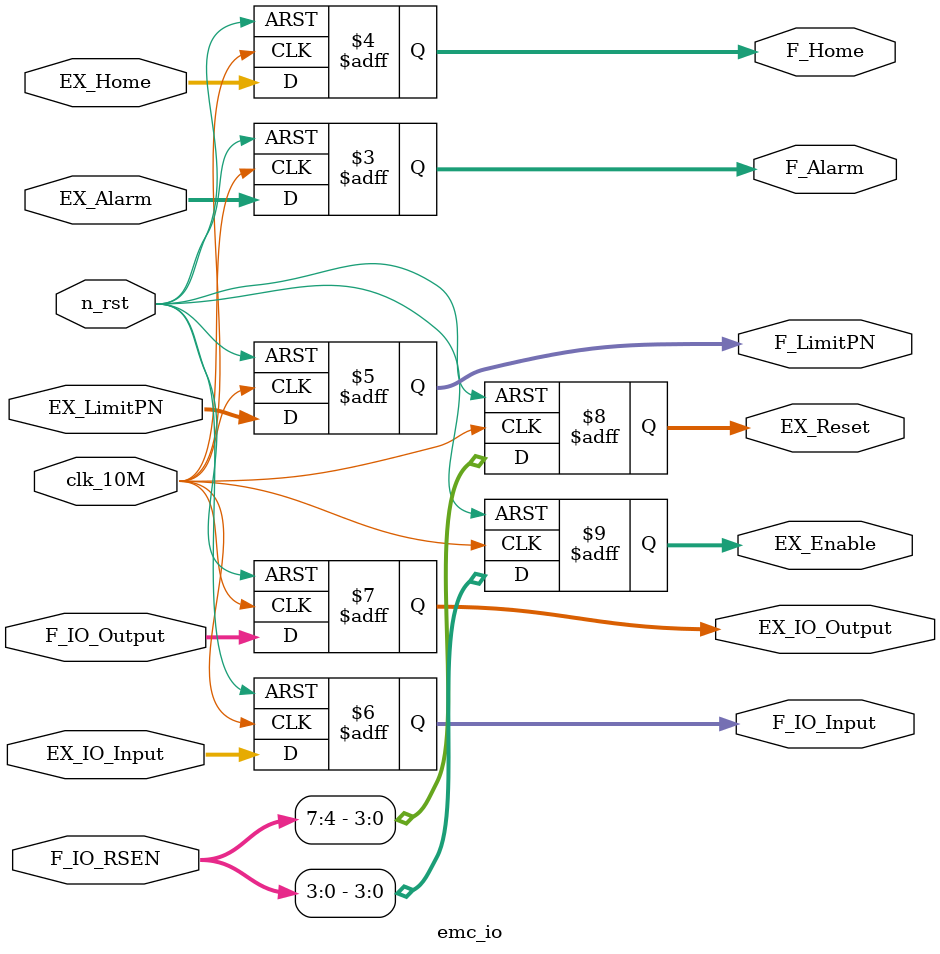
<source format=v>
module emc_io(input clk_10M,input n_rst,
output reg[3:0] F_Alarm,output reg[3:0] F_Home,output reg[7:0] F_LimitPN,
output reg[15:0] F_IO_Input,input [15:0] F_IO_Output,input[15:0] F_IO_RSEN,//FPGA
//
input[3:0] EX_Alarm,input [3:0] EX_Home,input [7:0] EX_LimitPN,input [15:0] EX_IO_Input,
output reg[15:0] EX_IO_Output,output reg[3:0] EX_Reset,output reg[3:0] EX_Enable);//BOARD

//EX_LimitPN [7:0]	: 3+- 2+- 1+- 0+- 
always@(posedge clk_10M or negedge n_rst)
begin
	if(!n_rst)
	begin
		EX_IO_Output[15:0] 	<= 16'd0;
		F_Home[3:0] 			<= 4'd0;
		F_LimitPN[7:0] 		<= 8'd0;
		F_IO_Input[15:0]		<= 16'd0;
		EX_Enable[3:0]			<= 4'd0;
		EX_Reset[3:0]			<= 4'd0;
		F_Alarm[3:0]			<= 4'd0;
	end
	else
	begin
		EX_IO_Output[15:0] 	<= F_IO_Output[15:0];
		F_Home[3:0] 			<= EX_Home[3:0];
		F_LimitPN[7:0] 		<= EX_LimitPN[7:0];
		F_IO_Input[15:0]		<= EX_IO_Input[15:0];
		EX_Enable[3:0]			<= F_IO_RSEN[3:0];
		EX_Reset[3:0]			<= F_IO_RSEN[7:4];
		F_Alarm[3:0]			<= EX_Alarm[3:0];
	end
	
end


endmodule

</source>
